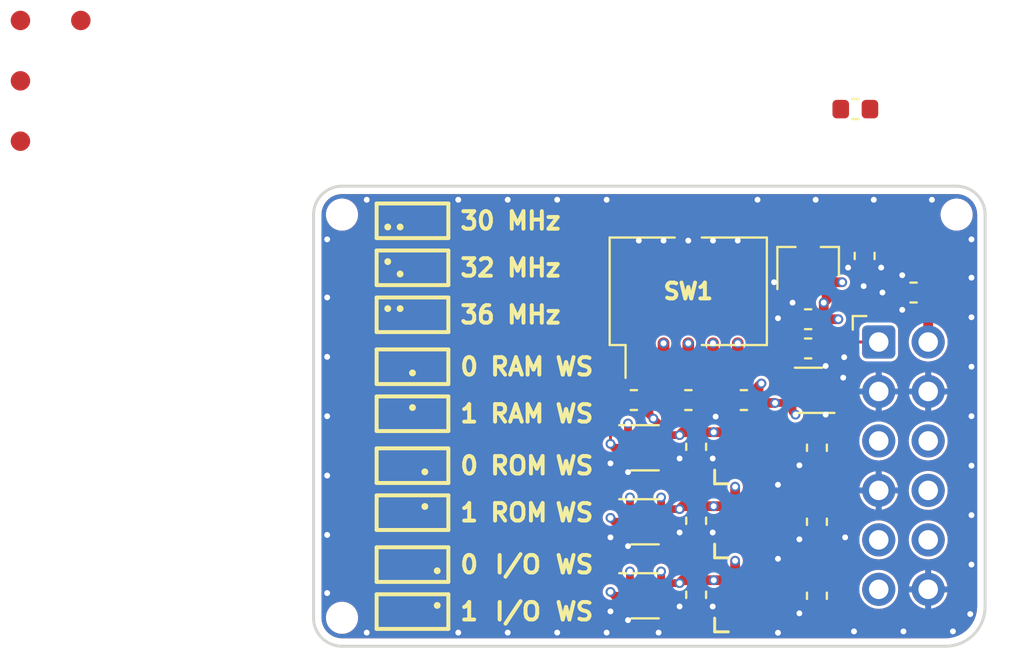
<source format=kicad_pcb>
(kicad_pcb (version 20240108) (generator "pcbnew") (generator_version "8.0")
  (title_block (title "WarpSE (GW4410A)") (date "2024-04-23") (rev "1.0") (company "Garrett's Workshop"))
  (layers (0 "F.Cu" signal) (1 "In1.Cu" power) (2 "In2.Cu" signal) (31 "B.Cu" power) (34 "B.Paste" user) (35 "F.Paste" user) (36 "B.SilkS" user "B.Silkscreen") (37 "F.SilkS" user "F.Silkscreen") (38 "B.Mask" user) (39 "F.Mask" user) (44 "Edge.Cuts" user))
  (net 0 "")
  (net 1 "GND")
  (net 2 "+5V")
  (net 3 "+3V3")
  (net 4 "/CLKIN")
  (net 5 "/DBG0_~{ROMWS}")
  (net 6 "/DBG3_GA21")
  (net 7 "/DBG2_GA20")
  (net 8 "/DBG1_~{RAMWS}")
  (net 9 "/DBG5_GTS_GOE")
  (net 10 "/DBG4_~{IOWS}")
  (net 11 "Net-(U1-Output)")
  (net 12 "Net-(U2-Output)")
  (net 13 "Net-(U3-Output)")
  (net 14 "/CLKSEL0")
  (net 15 "/CLKSEL1")
  (net 16 "/CLK")
  (net 17 "/EN30")
  (net 18 "/EN32")
  (net 19 "/EN36")
  (net 20 "Net-(U10-Y)")
  (footprint "stdpads:R_0603" (layer "F.Cu") (at 93.35 116.9)
    (property "Reference" "R6")
    (property "Value" "3k3")
    (fp_line (start -0.162779 -0.51) (end 0.162779 -0.51) (stroke (width 0.12)) (layer "F.SilkS"))
    (fp_line (start -0.162779 0.51) (end 0.162779 0.51) (stroke (width 0.12)) (layer "F.SilkS"))
    (pad "1" smd roundrect (at -0.8 0) (size 0.7 0.95) (layers "F.Cu" "F.Paste" "F.Mask") (net 15 "/CLKSEL1"))
    (pad "2" smd roundrect (at 0.8 0) (size 0.7 0.95) (layers "F.Cu" "F.Paste" "F.Mask") (net 3 "+3V3"))
  )
  (footprint "stdpads:SOT-23" (layer "F.Cu") (at 99.5 109.8 -90)
    (property "Reference" "U6")
    (property "Value" "XC6206PxxxMR")
    (fp_line (start -0.76 1.58) (end 1.4 1.58) (stroke (width 0.12)) (layer "F.SilkS"))
    (fp_line (start -0.76 1.58) (end -0.76 0.65) (stroke (width 0.12)) (layer "F.SilkS"))
    (fp_line (start -0.76 -1.58) (end -0.76 -0.65) (stroke (width 0.12)) (layer "F.SilkS"))
    (fp_line (start -0.76 -1.58) (end 0.7 -1.58) (stroke (width 0.12)) (layer "F.SilkS"))
    (pad "1" smd roundrect (at 1.05 0.95 90) (size 1.35 0.8) (layers "F.Cu" "F.Paste" "F.Mask") (net 1 "GND"))
    (pad "2" smd roundrect (at 1.05 -0.95 90) (size 1.35 0.8) (layers "F.Cu" "F.Paste" "F.Mask") (net 3 "+3V3"))
    (pad "3" smd roundrect (at -1.05 0 90) (size 1.35 0.8) (layers "F.Cu" "F.Paste" "F.Mask") (net 2 "+5V"))
  )
  (footprint "stdpads:PinHeader_2x06_P2.54mm_Vertical" (layer "F.Cu") (at 103.124 113.919)
    (property "Reference" "J1" (hide yes))
    (property "Value" "DBG" (hide yes))
    (fp_line (start -1.3335 -1.3335) (end -1.3335 -0.635) (stroke (width 0.12)) (layer "F.SilkS"))
    (fp_line (start -1.3335 -1.3335) (end -0.635 -1.3335) (stroke (width 0.12)) (layer "F.SilkS"))
    (pad "1" thru_hole roundrect (at 0 0) (size 1.7 1.7) (drill 1) (layers "*.Cu" "*.Mask") (roundrect_rratio 0.1470588235) (net 4 "/CLKIN"))
    (pad "2" thru_hole oval (at 2.54 0) (size 1.7 1.7) (drill 1) (layers "*.Cu" "*.Mask") (net 2 "+5V"))
    (pad "3" thru_hole oval (at 0 2.54) (size 1.7 1.7) (drill 1) (layers "*.Cu" "*.Mask") (net 1 "GND"))
    (pad "4" thru_hole oval (at 2.54 2.54) (size 1.7 1.7) (drill 1) (layers "*.Cu" "*.Mask") (net 1 "GND"))
    (pad "5" thru_hole oval (at 0 5.08) (size 1.7 1.7) (drill 1) (layers "*.Cu" "*.Mask") (net 5 "/DBG0_~{ROMWS}"))
    (pad "6" thru_hole oval (at 2.54 5.08) (size 1.7 1.7) (drill 1) (layers "*.Cu" "*.Mask") (net 8 "/DBG1_~{RAMWS}"))
    (pad "7" thru_hole oval (at 0 7.62) (size 1.7 1.7) (drill 1) (layers "*.Cu" "*.Mask") (net 1 "GND"))
    (pad "8" thru_hole oval (at 2.54 7.62) (size 1.7 1.7) (drill 1) (layers "*.Cu" "*.Mask") (net 10 "/DBG4_~{IOWS}"))
    (pad "9" thru_hole oval (at 0 10.16) (size 1.7 1.7) (drill 1) (layers "*.Cu" "*.Mask") (net 6 "/DBG3_GA21"))
    (pad "10" thru_hole oval (at 2.54 10.16) (size 1.7 1.7) (drill 1) (layers "*.Cu" "*.Mask") (net 7 "/DBG2_GA20"))
    (pad "11" thru_hole oval (at 0 12.7) (size 1.7 1.7) (drill 1) (layers "*.Cu" "*.Mask") (net 9 "/DBG5_GTS_GOE"))
    (pad "12" thru_hole oval (at 2.54 12.7) (size 1.7 1.7) (drill 1) (layers "*.Cu" "*.Mask") (net 1 "GND"))
  )
  (footprint "stdpads:SOT-353" (layer "F.Cu") (at 99.55 116.4 90)
    (property "Reference" "U10")
    (property "Value" "74LVC1G32GW")
    (fp_line (start -1.16 -0.73) (end -1.16 1.3) (stroke (width 0.12)) (layer "F.SilkS"))
    (fp_line (start 1.16 0.68) (end 1.16 -0.73) (stroke (width 0.12)) (layer "F.SilkS"))
    (pad "1" smd roundrect (at -0.65 0.85 180) (size 1 0.4) (layers "F.Cu" "F.Paste" "F.Mask") (net 1 "GND"))
    (pad "2" smd roundrect (at 0 0.85 180) (size 1 0.4) (layers "F.Cu" "F.Paste" "F.Mask") (net 16 "/CLK"))
    (pad "3" smd roundrect (at 0.65 0.85 180) (size 1 0.4) (layers "F.Cu" "F.Paste" "F.Mask") (net 1 "GND"))
    (pad "4" smd roundrect (at 0.65 -0.85 180) (size 1 0.4) (layers "F.Cu" "F.Paste" "F.Mask") (net 20 "Net-(U10-Y)"))
    (pad "5" smd roundrect (at -0.65 -0.85 180) (size 1 0.4) (layers "F.Cu" "F.Paste" "F.Mask") (net 3 "+3V3"))
  )
  (footprint "stdpads:Crystal_SMD_3225-4Pin_3.2x2.5mm" (layer "F.Cu") (at 96.85 119.4)
    (property "Reference" "U1")
    (property "Value" "30M")
    (fp_line (start -2.15 1.1) (end -2.15 1.8) (stroke (width 0.1524)) (layer "F.SilkS"))
    (fp_line (start -2.15 1.8) (end -1.45 1.8) (stroke (width 0.1524)) (layer "F.SilkS"))
    (pad "1" smd roundrect (at -1.1 0.85) (size 1.4 1.2) (layers "F.Cu" "F.Paste" "F.Mask") (net 17 "/EN30"))
    (pad "2" smd roundrect (at 1.1 0.85) (size 1.4 1.2) (layers "F.Cu" "F.Paste" "F.Mask") (net 1 "GND"))
    (pad "3" smd roundrect (at 1.1 -0.85) (size 1.4 1.2) (layers "F.Cu" "F.Paste" "F.Mask") (net 11 "Net-(U1-Output)"))
    (pad "4" smd roundrect (at -1.1 -0.85) (size 1.4 1.2) (layers "F.Cu" "F.Paste" "F.Mask") (net 3 "+3V3"))
    (zone (net 0) (net_name "") (layer "F.Cu") (connect_pads (clearance 0)) (min_thickness 0.25)
      (keepout (tracks allowed) (vias not_allowed) (pads allowed) (copperpour not_allowed) (footprints allowed))
      (fill (thermal_gap 0.5) (thermal_bridge_width 0.5))
      (polygon (pts (xy 98.55 118.05) (xy 98.55 120.75) (xy 95.15 120.75) (xy 95.15 118.05)))
    )
  )
  (footprint "stdpads:Crystal_SMD_3225-4Pin_3.2x2.5mm" (layer "F.Cu") (at 96.85 123.2)
    (property "Reference" "U2")
    (property "Value" "32M")
    (fp_line (start -2.15 1.1) (end -2.15 1.8) (stroke (width 0.1524)) (layer "F.SilkS"))
    (fp_line (start -2.15 1.8) (end -1.45 1.8) (stroke (width 0.1524)) (layer "F.SilkS"))
    (pad "1" smd roundrect (at -1.1 0.85) (size 1.4 1.2) (layers "F.Cu" "F.Paste" "F.Mask") (net 18 "/EN32"))
    (pad "2" smd roundrect (at 1.1 0.85) (size 1.4 1.2) (layers "F.Cu" "F.Paste" "F.Mask") (net 1 "GND"))
    (pad "3" smd roundrect (at 1.1 -0.85) (size 1.4 1.2) (layers "F.Cu" "F.Paste" "F.Mask") (net 12 "Net-(U2-Output)"))
    (pad "4" smd roundrect (at -1.1 -0.85) (size 1.4 1.2) (layers "F.Cu" "F.Paste" "F.Mask") (net 3 "+3V3"))
    (zone (net 0) (net_name "") (layer "F.Cu") (connect_pads (clearance 0)) (min_thickness 0.25)
      (keepout (tracks allowed) (vias not_allowed) (pads allowed) (copperpour not_allowed) (footprints allowed))
      (fill (thermal_gap 0.5) (thermal_bridge_width 0.5))
      (polygon (pts (xy 98.55 121.85) (xy 98.55 124.55) (xy 95.15 124.55) (xy 95.15 121.85)))
    )
  )
  (footprint "stdpads:SW_DIP_SPSTx05_Slide_DSHP05TS_P1.27mm" (layer "F.Cu") (at 93.345 111.3155)
    (property "Reference" "SW1")
    (property "Value" "CFG")
    (fp_line (start -4.036 -2.76) (end -0.695 -2.76) (stroke (width 0.12)) (layer "F.SilkS"))
    (fp_line (start -4.036 2.76) (end -4.036 -2.76) (stroke (width 0.12)) (layer "F.SilkS"))
    (fp_line (start -4.036 2.76) (end -3.22 2.76) (stroke (width 0.12)) (layer "F.SilkS"))
    (fp_line (start -3.22 4.446) (end -3.22 2.76) (stroke (width 0.12)) (layer "F.SilkS"))
    (fp_line (start 0.695 -2.76) (end 4.035 -2.76) (stroke (width 0.12)) (layer "F.SilkS"))
    (fp_line (start 0.695 2.76) (end 4.035 2.76) (stroke (width 0.12)) (layer "F.SilkS"))
    (fp_line (start 4.035 2.76) (end 4.035 -2.76) (stroke (width 0.12)) (layer "F.SilkS"))
    (fp_text user "${REFERENCE}" (at 0 0 180) (layer "F.SilkS") (effects (font (size 0.8128 0.8128) (thickness 0.2032))))
    (pad "1" smd roundrect (at -2.54 3.81 90) (size 1.524 0.76) (layers "F.Cu" "F.Paste" "F.Mask") (net 14 "/CLKSEL0"))
    (pad "2" smd roundrect (at -1.27 3.81 90) (size 1.524 0.76) (layers "F.Cu" "F.Paste" "F.Mask") (net 15 "/CLKSEL1"))
    (pad "3" smd roundrect (at 0 3.81 90) (size 1.524 0.76) (layers "F.Cu" "F.Paste" "F.Mask") (net 8 "/DBG1_~{RAMWS}"))
    (pad "4" smd roundrect (at 1.27 3.81 90) (size 1.524 0.76) (layers "F.Cu" "F.Paste" "F.Mask") (net 5 "/DBG0_~{ROMWS}"))
    (pad "5" smd roundrect (at 2.54 3.81 90) (size 1.524 0.76) (layers "F.Cu" "F.Paste" "F.Mask") (net 10 "/DBG4_~{IOWS}"))
    (pad "6" smd roundrect (at 2.54 -3.81 90) (size 1.524 0.76) (layers "F.Cu" "F.Paste" "F.Mask") (net 1 "GND"))
    (pad "7" smd roundrect (at 1.27 -3.81 90) (size 1.524 0.76) (layers "F.Cu" "F.Paste" "F.Mask") (net 1 "GND"))
    (pad "8" smd roundrect (at 0 -3.81 90) (size 1.524 0.76) (layers "F.Cu" "F.Paste" "F.Mask") (net 1 "GND"))
    (pad "9" smd roundrect (at -1.27 -3.81 90) (size 1.524 0.76) (layers "F.Cu" "F.Paste" "F.Mask") (net 1 "GND"))
    (pad "10" smd roundrect (at -2.54 -3.81 90) (size 1.524 0.76) (layers "F.Cu" "F.Paste" "F.Mask") (net 1 "GND"))
  )
  (footprint "stdpads:PasteHole_1.152mm_NPTH" (layer "F.Cu") (at 105.397578 99.837069)
    (property "Reference" "H5")
    (property "Value" "~" (hide yes))
    (pad "" np_thru_hole circle (at 0 0) (size 1.152 1.152) (drill 1.152) (layers "*.Cu" "*.Mask"))
  )
  (footprint "stdpads:C_0603" (layer "F.Cu") (at 93.75 119.3 -90)
    (property "Reference" "C5")
    (property "Value" "2u2")
    (fp_line (start -0.162779 0.51) (end 0.162779 0.51) (stroke (width 0.12)) (layer "F.SilkS"))
    (fp_line (start -0.162779 -0.51) (end 0.162779 -0.51) (stroke (width 0.12)) (layer "F.SilkS"))
    (pad "1" smd roundrect (at -0.75 0 270) (size 0.85 0.95) (layers "F.Cu" "F.Paste" "F.Mask") (net 3 "+3V3"))
    (pad "2" smd roundrect (at 0.75 0 270) (size 0.85 0.95) (layers "F.Cu" "F.Paste" "F.Mask") (net 1 "GND"))
  )
  (footprint "stdpads:Crystal_SMD_3225-4Pin_3.2x2.5mm" (layer "F.Cu") (at 96.85 127)
    (property "Reference" "U3")
    (property "Value" "36M")
    (fp_line (start -2.15 1.1) (end -2.15 1.8) (stroke (width 0.1524)) (layer "F.SilkS"))
    (fp_line (start -2.15 1.8) (end -1.45 1.8) (stroke (width 0.1524)) (layer "F.SilkS"))
    (pad "1" smd roundrect (at -1.1 0.85) (size 1.4 1.2) (layers "F.Cu" "F.Paste" "F.Mask") (net 19 "/EN36"))
    (pad "2" smd roundrect (at 1.1 0.85) (size 1.4 1.2) (layers "F.Cu" "F.Paste" "F.Mask") (net 1 "GND"))
    (pad "3" smd roundrect (at 1.1 -0.85) (size 1.4 1.2) (layers "F.Cu" "F.Paste" "F.Mask") (net 13 "Net-(U3-Output)"))
    (pad "4" smd roundrect (at -1.1 -0.85) (size 1.4 1.2) (layers "F.Cu" "F.Paste" "F.Mask") (net 3 "+3V3"))
    (zone (net 0) (net_name "") (layer "F.Cu") (connect_pads (clearance 0)) (min_thickness 0.25)
      (keepout (tracks allowed) (vias not_allowed) (pads allowed) (copperpour not_allowed) (footprints allowed))
      (fill (thermal_gap 0.5) (thermal_bridge_width 0.5))
      (polygon (pts (xy 98.55 125.65) (xy 98.55 128.35) (xy 95.15 128.35) (xy 95.15 125.65)))
    )
  )
  (footprint "stdpads:C_0603" (layer "F.Cu") (at 104.914 111.379 180)
    (property "Reference" "C1")
    (property "Value" "2u2")
    (fp_line (start -0.162779 0.51) (end 0.162779 0.51) (stroke (width 0.12)) (layer "F.SilkS"))
    (fp_line (start -0.162779 -0.51) (end 0.162779 -0.51) (stroke (width 0.12)) (layer "F.SilkS"))
    (pad "1" smd roundrect (at -0.75 0 180) (size 0.85 0.95) (layers "F.Cu" "F.Paste" "F.Mask") (net 2 "+5V"))
    (pad "2" smd roundrect (at 0.75 0 180) (size 0.85 0.95) (layers "F.Cu" "F.Paste" "F.Mask") (net 1 "GND"))
  )
  (footprint "stdpads:C_0603" (layer "F.Cu") (at 93.75 126.9 -90)
    (property "Reference" "C7")
    (property "Value" "2u2")
    (fp_line (start -0.162779 0.51) (end 0.162779 0.51) (stroke (width 0.12)) (layer "F.SilkS"))
    (fp_line (start -0.162779 -0.51) (end 0.162779 -0.51) (stroke (width 0.12)) (layer "F.SilkS"))
    (pad "1" smd roundrect (at -0.75 0 270) (size 0.85 0.95) (layers "F.Cu" "F.Paste" "F.Mask") (net 3 "+3V3"))
    (pad "2" smd roundrect (at 0.75 0 270) (size 0.85 0.95) (layers "F.Cu" "F.Paste" "F.Mask") (net 1 "GND"))
  )
  (footprint "stdpads:Fiducial" (layer "F.Cu") (at 59.055 97.409)
    (property "Reference" "FID1")
    (property "Value" "Fiducial" (hide yes))
    (pad "~" smd circle (at 0 0) (size 1 1) (layers "F.Cu" "F.Mask") (clearance 0.575))
  )
  (footprint "stdpads:C_0603" (layer "F.Cu") (at 101.922578 101.962069)
    (property "Reference" "C4")
    (property "Value" "2u2")
    (fp_line (start -0.162779 -0.51) (end 0.162779 -0.51) (stroke (width 0.12)) (layer "F.SilkS"))
    (fp_line (start -0.162779 0.51) (end 0.162779 0.51) (stroke (width 0.12)) (layer "F.SilkS"))
    (pad "1" smd roundrect (at -0.75 0) (size 0.85 0.95) (layers "F.Cu" "F.Paste" "F.Mask") (net 3 "+3V3"))
    (pad "2" smd roundrect (at 0.75 0) (size 0.85 0.95) (layers "F.Cu" "F.Paste" "F.Mask") (net 1 "GND"))
  )
  (footprint "stdpads:SOT-353" (layer "F.Cu") (at 91.1 126.95 -90)
    (property "Reference" "U7")
    (property "Value" "74LVC1G86GW")
    (fp_line (start 1.16 0.68) (end 1.16 -0.73) (stroke (width 0.12)) (layer "F.SilkS"))
    (fp_line (start -1.16 -0.73) (end -1.16 1.3) (stroke (width 0.12)) (layer "F.SilkS"))
    (pad "1" smd roundrect (at -0.65 0.85) (size 1 0.4) (layers "F.Cu" "F.Paste" "F.Mask") (net 15 "/CLKSEL1"))
    (pad "2" smd roundrect (at 0 0.85) (size 1 0.4) (layers "F.Cu" "F.Paste" "F.Mask") (net 14 "/CLKSEL0"))
    (pad "3" smd roundrect (at 0.65 0.85) (size 1 0.4) (layers "F.Cu" "F.Paste" "F.Mask") (net 1 "GND"))
    (pad "4" smd roundrect (at 0.65 -0.85) (size 1 0.4) (layers "F.Cu" "F.Paste" "F.Mask") (net 19 "/EN36"))
    (pad "5" smd roundrect (at -0.65 -0.85) (size 1 0.4) (layers "F.Cu" "F.Paste" "F.Mask") (net 3 "+3V3"))
  )
  (footprint "stdpads:C_0603" (layer "F.Cu") (at 102.4 109.5 -90)
    (property "Reference" "C2")
    (property "Value" "2u2")
    (fp_line (start -0.162779 0.51) (end 0.162779 0.51) (stroke (width 0.12)) (layer "F.SilkS"))
    (fp_line (start -0.162779 -0.51) (end 0.162779 -0.51) (stroke (width 0.12)) (layer "F.SilkS"))
    (pad "1" smd roundrect (at -0.75 0 270) (size 0.85 0.95) (layers "F.Cu" "F.Paste" "F.Mask") (net 2 "+5V"))
    (pad "2" smd roundrect (at 0.75 0 270) (size 0.85 0.95) (layers "F.Cu" "F.Paste" "F.Mask") (net 1 "GND"))
  )
  (footprint "stdpads:R_0603" (layer "F.Cu") (at 99.95 123.15 -90)
    (property "Reference" "R2")
    (property "Value" "47")
    (fp_line (start -0.162779 0.51) (end 0.162779 0.51) (stroke (width 0.12)) (layer "F.SilkS"))
    (fp_line (start -0.162779 -0.51) (end 0.162779 -0.51) (stroke (width 0.12)) (layer "F.SilkS"))
    (pad "1" smd roundrect (at -0.8 0 270) (size 0.7 0.95) (layers "F.Cu" "F.Paste" "F.Mask") (net 12 "Net-(U2-Output)"))
    (pad "2" smd roundrect (at 0.8 0 270) (size 0.7 0.95) (layers "F.Cu" "F.Paste" "F.Mask") (net 16 "/CLK"))
  )
  (footprint "stdpads:C_0603" (layer "F.Cu") (at 93.75 123.1 -90)
    (property "Reference" "C6")
    (property "Value" "2u2")
    (fp_line (start -0.162779 0.51) (end 0.162779 0.51) (stroke (width 0.12)) (layer "F.SilkS"))
    (fp_line (start -0.162779 -0.51) (end 0.162779 -0.51) (stroke (width 0.12)) (layer "F.SilkS"))
    (pad "1" smd roundrect (at -0.75 0 270) (size 0.85 0.95) (layers "F.Cu" "F.Paste" "F.Mask") (net 3 "+3V3"))
    (pad "2" smd roundrect (at 0.75 0 270) (size 0.85 0.95) (layers "F.Cu" "F.Paste" "F.Mask") (net 1 "GND"))
  )
  (footprint "stdpads:R_0603" (layer "F.Cu") (at 99.95 126.95 -90)
    (property "Reference" "R3")
    (property "Value" "47")
    (fp_line (start -0.162779 0.51) (end 0.162779 0.51) (stroke (width 0.12)) (layer "F.SilkS"))
    (fp_line (start -0.162779 -0.51) (end 0.162779 -0.51) (stroke (width 0.12)) (layer "F.SilkS"))
    (pad "1" smd roundrect (at -0.8 0 270) (size 0.7 0.95) (layers "F.Cu" "F.Paste" "F.Mask") (net 13 "Net-(U3-Output)"))
    (pad "2" smd roundrect (at 0.8 0 270) (size 0.7 0.95) (layers "F.Cu" "F.Paste" "F.Mask") (net 16 "/CLK"))
  )
  (footprint "stdpads:C_0603" (layer "F.Cu") (at 96.2 116.9 180)
    (property "Reference" "C8")
    (property "Value" "2u2")
    (fp_line (start -0.162779 0.51) (end 0.162779 0.51) (stroke (width 0.12)) (layer "F.SilkS"))
    (fp_line (start -0.162779 -0.51) (end 0.162779 -0.51) (stroke (width 0.12)) (layer "F.SilkS"))
    (pad "1" smd roundrect (at -0.75 0 180) (size 0.85 0.95) (layers "F.Cu" "F.Paste" "F.Mask") (net 3 "+3V3"))
    (pad "2" smd roundrect (at 0.75 0 180) (size 0.85 0.95) (layers "F.Cu" "F.Paste" "F.Mask") (net 1 "GND"))
  )
  (footprint "stdpads:R_0603" (layer "F.Cu") (at 99.95 119.35 -90)
    (property "Reference" "R1")
    (property "Value" "47")
    (fp_line (start -0.162779 0.51) (end 0.162779 0.51) (stroke (width 0.12)) (layer "F.SilkS"))
    (fp_line (start -0.162779 -0.51) (end 0.162779 -0.51) (stroke (width 0.12)) (layer "F.SilkS"))
    (pad "1" smd roundrect (at -0.8 0 270) (size 0.7 0.95) (layers "F.Cu" "F.Paste" "F.Mask") (net 11 "Net-(U1-Output)"))
    (pad "2" smd roundrect (at 0.8 0 270) (size 0.7 0.95) (layers "F.Cu" "F.Paste" "F.Mask") (net 16 "/CLK"))
  )
  (footprint "stdpads:PasteHole_1.152mm_NPTH" (layer "F.Cu") (at 75.565 107.3785)
    (property "Reference" "H2")
    (property "Value" "~" (hide yes))
    (pad "" np_thru_hole circle (at 0 0) (size 1.152 1.152) (drill 1.152) (layers "*.Cu" "*.Mask"))
  )
  (footprint "stdpads:Fiducial" (layer "F.Cu") (at 62.155 97.409)
    (property "Reference" "FID4")
    (property "Value" "Fiducial" (hide yes))
    (pad "~" smd circle (at 0 0) (size 1 1) (layers "F.Cu" "F.Mask") (clearance 0.575))
  )
  (footprint "stdpads:Fiducial" (layer "F.Cu") (at 59.055 103.609)
    (property "Reference" "FID3")
    (property "Value" "Fiducial" (hide yes))
    (pad "~" smd circle (at 0 0) (size 1 1) (layers "F.Cu" "F.Mask") (clearance 0.575))
  )
  (footprint "stdpads:C_0603" (layer "F.Cu") (at 99.5 112.75 180)
    (property "Reference" "C3")
    (property "Value" "2u2")
    (fp_line (start -0.162779 0.51) (end 0.162779 0.51) (stroke (width 0.12)) (layer "F.SilkS"))
    (fp_line (start -0.162779 -0.51) (end 0.162779 -0.51) (stroke (width 0.12)) (layer "F.SilkS"))
    (pad "1" smd roundrect (at -0.75 0 180) (size 0.85 0.95) (layers "F.Cu" "F.Paste" "F.Mask") (net 3 "+3V3"))
    (pad "2" smd roundrect (at 0.75 0 180) (size 0.85 0.95) (layers "F.Cu" "F.Paste" "F.Mask") (net 1 "GND"))
  )
  (footprint "stdpads:Fiducial" (layer "F.Cu") (at 59.055 100.509)
    (property "Reference" "FID2")
    (property "Value" "Fiducial" (hide yes))
    (pad "~" smd circle (at 0 0) (size 1 1) (layers "F.Cu" "F.Mask") (clearance 0.575))
  )
  (footprint "stdpads:R_0603" (layer "F.Cu") (at 99.5 114.25)
    (property "Reference" "R4")
    (property "Value" "47")
    (fp_line (start -0.162779 -0.51) (end 0.162779 -0.51) (stroke (width 0.12)) (layer "F.SilkS"))
    (fp_line (start -0.162779 0.51) (end 0.162779 0.51) (stroke (width 0.12)) (layer "F.SilkS"))
    (pad "1" smd roundrect (at -0.8 0) (size 0.7 0.95) (layers "F.Cu" "F.Paste" "F.Mask") (net 20 "Net-(U10-Y)"))
    (pad "2" smd roundrect (at 0.8 0) (size 0.7 0.95) (layers "F.Cu" "F.Paste" "F.Mask") (net 4 "/CLKIN"))
  )
  (footprint "stdpads:PasteHole_1.152mm_NPTH" (layer "F.Cu") (at 65.255 97.409)
    (property "Reference" "H3")
    (property "Value" "~" (hide yes))
    (pad "" np_thru_hole circle (at 0 0) (size 1.152 1.152) (drill 1.152) (layers "*.Cu" "*.Mask"))
  )
  (footprint "stdpads:PasteHole_1.152mm_NPTH" (layer "F.Cu") (at 75.565 128.0795)
    (property "Reference" "H4")
    (property "Value" "~" (hide yes))
    (pad "" np_thru_hole circle (at 0 0) (size 1.152 1.152) (drill 1.152) (layers "*.Cu" "*.Mask"))
  )
  (footprint "stdpads:R_0603" (layer "F.Cu") (at 90.55 116.9)
    (property "Reference" "R5")
    (property "Value" "3k3")
    (fp_line (start -0.162779 -0.51) (end 0.162779 -0.51) (stroke (width 0.12)) (layer "F.SilkS"))
    (fp_line (start -0.162779 0.51) (end 0.162779 0.51) (stroke (width 0.12)) (layer "F.SilkS"))
    (pad "1" smd roundrect (at -0.8 0) (size 0.7 0.95) (layers "F.Cu" "F.Paste" "F.Mask") (net 14 "/CLKSEL0"))
    (pad "2" smd roundrect (at 0.8 0) (size 0.7 0.95) (layers "F.Cu" "F.Paste" "F.Mask") (net 3 "+3V3"))
  )
  (footprint "stdpads:PasteHole_1.152mm_NPTH" (layer "F.Cu") (at 107.1245 107.3785)
    (property "Reference" "H3")
    (property "Value" "~" (hide yes))
    (pad "" np_thru_hole circle (at 0 0) (size 1.152 1.152) (drill 1.152) (layers "*.Cu" "*.Mask"))
  )
  (footprint "stdpads:SOT-353" (layer "F.Cu") (at 91.1 119.35 -90)
    (property "Reference" "U9")
    (property "Value" "74LVC1G08GW")
    (fp_line (start 1.16 0.68) (end 1.16 -0.73) (stroke (width 0.12)) (layer "F.SilkS"))
    (fp_line (start -1.16 -0.73) (end -1.16 1.3) (stroke (width 0.12)) (layer "F.SilkS"))
    (pad "1" smd roundrect (at -0.65 0.85) (size 1 0.4) (layers "F.Cu" "F.Paste" "F.Mask") (net 15 "/CLKSEL1"))
    (pad "2" smd roundrect (at 0 0.85) (size 1 0.4) (layers "F.Cu" "F.Paste" "F.Mask") (net 14 "/CLKSEL0"))
    (pad "3" smd roundrect (at 0.65 0.85) (size 1 0.4) (layers "F.Cu" "F.Paste" "F.Mask") (net 1 "GND"))
    (pad "4" smd roundrect (at 0.65 -0.85) (size 1 0.4) (layers "F.Cu" "F.Paste" "F.Mask") (net 17 "/EN30"))
    (pad "5" smd roundrect (at -0.65 -0.85) (size 1 0.4) (layers "F.Cu" "F.Paste" "F.Mask") (net 3 "+3V3"))
  )
  (footprint "stdpads:SOT-353" (layer "F.Cu") (at 91.1 123.15 -90)
    (property "Reference" "U8")
    (property "Value" "74LVC1G32GW")
    (fp_line (start 1.16 0.68) (end 1.16 -0.73) (stroke (width 0.12)) (layer "F.SilkS"))
    (fp_line (start -1.16 -0.73) (end -1.16 1.3) (stroke (width 0.12)) (layer "F.SilkS"))
    (pad "1" smd roundrect (at -0.65 0.85) (size 1 0.4) (layers "F.Cu" "F.Paste" "F.Mask") (net 15 "/CLKSEL1"))
    (pad "2" smd roundrect (at 0 0.85) (size 1 0.4) (layers "F.Cu" "F.Paste" "F.Mask") (net 14 "/CLKSEL0"))
    (pad "3" smd roundrect (at 0.65 0.85) (size 1 0.4) (layers "F.Cu" "F.Paste" "F.Mask") (net 1 "GND"))
    (pad "4" smd roundrect (at 0.65 -0.85) (size 1 0.4) (layers "F.Cu" "F.Paste" "F.Mask") (net 18 "/EN32"))
    (pad "5" smd roundrect (at -0.65 -0.85) (size 1 0.4) (layers "F.Cu" "F.Paste" "F.Mask") (net 3 "+3V3"))
  )
  (footprint "stdpads:PasteHole_1.152mm_NPTH" (layer "F.Cu") (at 62.155 100.509)
    (property "Reference" "H1")
    (property "Value" "~" (hide yes))
    (pad "" np_thru_hole circle (at 0 0) (size 1.152 1.152) (drill 1.152) (layers "*.Cu" "*.Mask"))
  )
  (gr_line (start 77.343 128.651) (end 77.343 126.873) (stroke (width 0.2032)) (layer "F.SilkS"))
  (gr_line (start 81.026 106.807) (end 77.343 106.807) (stroke (width 0.2032)) (layer "F.SilkS"))
  (gr_line (start 80.4544 125.6665) (end 80.4545 125.6665) (stroke (width 0.35)) (layer "F.SilkS"))
  (gr_line (start 81.026 119.38) (end 77.343 119.38) (stroke (width 0.2032)) (layer "F.SilkS"))
  (gr_line (start 77.343 128.651) (end 81.026 128.651) (stroke (width 0.2032)) (layer "F.SilkS"))
  (gr_line (start 77.343 118.491) (end 81.026 118.491) (stroke (width 0.2032)) (layer "F.SilkS"))
  (gr_line (start 77.343 118.491) (end 77.343 116.713) (stroke (width 0.2032)) (layer "F.SilkS"))
  (gr_line (start 81.026 128.651) (end 81.026 126.873) (stroke (width 0.2032)) (layer "F.SilkS"))
  (gr_line (start 77.343 121.158) (end 77.343 119.38) (stroke (width 0.2032)) (layer "F.SilkS"))
  (gr_line (start 81.026 108.585) (end 81.026 106.807) (stroke (width 0.2032)) (layer "F.SilkS"))
  (gr_line (start 77.343 108.585) (end 77.343 106.807) (stroke (width 0.2032)) (layer "F.SilkS"))
  (gr_line (start 81.026 116.078) (end 81.026 114.3) (stroke (width 0.2032)) (layer "F.SilkS"))
  (gr_line (start 81.026 126.873) (end 77.343 126.873) (stroke (width 0.2032)) (layer "F.SilkS"))
  (gr_line (start 79.8194 120.5865) (end 79.8195 120.5865) (stroke (width 0.35)) (layer "F.SilkS"))
  (gr_line (start 77.9144 112.2045) (end 77.9145 112.2045) (stroke (width 0.35)) (layer "F.SilkS"))
  (gr_line (start 78.5494 112.2045) (end 78.5495 112.2045) (stroke (width 0.35)) (layer "F.SilkS"))
  (gr_line (start 77.343 126.238) (end 81.026 126.238) (stroke (width 0.2032)) (layer "F.SilkS"))
  (gr_line (start 77.9144 109.7915) (end 77.9145 109.7915) (stroke (width 0.35)) (layer "F.SilkS"))
  (gr_line (start 81.026 114.3) (end 77.343 114.3) (stroke (width 0.2032)) (layer "F.SilkS"))
  (gr_line (start 81.026 110.998) (end 81.026 109.22) (stroke (width 0.2032)) (layer "F.SilkS"))
  (gr_line (start 77.343 110.998) (end 81.026 110.998) (stroke (width 0.2032)) (layer "F.SilkS"))
  (gr_line (start 78.5494 108.0135) (end 78.5495 108.0135) (stroke (width 0.35)) (layer "F.SilkS"))
  (gr_line (start 77.343 116.078) (end 81.026 116.078) (stroke (width 0.2032)) (layer "F.SilkS"))
  (gr_line (start 78.5494 110.4265) (end 78.5495 110.4265) (stroke (width 0.35)) (layer "F.SilkS"))
  (gr_line (start 77.343 110.998) (end 77.343 109.22) (stroke (width 0.2032)) (layer "F.SilkS"))
  (gr_line (start 77.343 116.078) (end 77.343 114.3) (stroke (width 0.2032)) (layer "F.SilkS"))
  (gr_line (start 81.026 124.46) (end 77.343 124.46) (stroke (width 0.2032)) (layer "F.SilkS"))
  (gr_line (start 81.026 118.491) (end 81.026 116.713) (stroke (width 0.2032)) (layer "F.SilkS"))
  (gr_line (start 77.9144 108.0135) (end 77.9145 108.0135) (stroke (width 0.35)) (layer "F.SilkS"))
  (gr_line (start 81.026 109.22) (end 77.343 109.22) (stroke (width 0.2032)) (layer "F.SilkS"))
  (gr_line (start 77.343 121.158) (end 81.026 121.158) (stroke (width 0.2032)) (layer "F.SilkS"))
  (gr_line (start 80.4544 127.4445) (end 80.4545 127.4445) (stroke (width 0.35)) (layer "F.SilkS"))
  (gr_line (start 81.026 121.793) (end 77.343 121.793) (stroke (width 0.2032)) (layer "F.SilkS"))
  (gr_line (start 79.1844 115.5065) (end 79.1845 115.5065) (stroke (width 0.35)) (layer "F.SilkS"))
  (gr_line (start 81.026 111.633) (end 77.343 111.633) (stroke (width 0.2032)) (layer "F.SilkS"))
  (gr_line (start 77.343 113.411) (end 81.026 113.411) (stroke (width 0.2032)) (layer "F.SilkS"))
  (gr_line (start 77.343 113.411) (end 77.343 111.633) (stroke (width 0.2032)) (layer "F.SilkS"))
  (gr_line (start 77.343 126.238) (end 77.343 124.46) (stroke (width 0.2032)) (layer "F.SilkS"))
  (gr_line (start 81.026 123.571) (end 81.026 121.793) (stroke (width 0.2032)) (layer "F.SilkS"))
  (gr_line (start 81.026 121.158) (end 81.026 119.38) (stroke (width 0.2032)) (layer "F.SilkS"))
  (gr_line (start 77.343 123.571) (end 81.026 123.571) (stroke (width 0.2032)) (layer "F.SilkS"))
  (gr_line (start 77.343 123.571) (end 77.343 121.793) (stroke (width 0.2032)) (layer "F.SilkS"))
  (gr_line (start 79.8194 122.3645) (end 79.8195 122.3645) (stroke (width 0.35)) (layer "F.SilkS"))
  (gr_line (start 79.1844 117.2845) (end 79.1845 117.2845) (stroke (width 0.35)) (layer "F.SilkS"))
  (gr_line (start 81.026 126.238) (end 81.026 124.46) (stroke (width 0.2032)) (layer "F.SilkS"))
  (gr_line (start 77.343 108.585) (end 81.026 108.585) (stroke (width 0.2032)) (layer "F.SilkS"))
  (gr_line (start 81.026 113.411) (end 81.026 111.633) (stroke (width 0.2032)) (layer "F.SilkS"))
  (gr_line (start 81.026 116.713) (end 77.343 116.713) (stroke (width 0.2032)) (layer "F.SilkS"))
  (gr_line (start 74.1045 107.3785) (end 74.1045 128.0795) (stroke (width 0.15)) (layer "Edge.Cuts"))
  (gr_line (start 75.565 129.54) (end 106.553 129.54) (stroke (width 0.15)) (layer "Edge.Cuts"))
  (gr_arc (start 107.1245 105.918) (mid 108.157229 106.345771) (end 108.585 107.3785) (stroke (width 0.15)) (layer "Edge.Cuts"))
  (gr_line (start 108.585 127.508) (end 108.585 107.3785) (stroke (width 0.15)) (layer "Edge.Cuts"))
  (gr_line (start 107.1245 105.918) (end 75.565 105.918) (stroke (width 0.15)) (layer "Edge.Cuts"))
  (gr_arc (start 74.1045 107.3785) (mid 74.532271 106.345771) (end 75.565 105.918) (stroke (width 0.15)) (layer "Edge.Cuts"))
  (gr_arc (start 75.565 129.54) (mid 74.532271 129.112229) (end 74.1045 128.0795) (stroke (width 0.15)) (layer "Edge.Cuts"))
  (gr_arc (start 108.585 127.508) (mid 107.989841 128.944841) (end 106.553 129.54) (stroke (width 0.15)) (layer "Edge.Cuts"))
  (gr_text "WS" (at 86.4235 117.602 0) (layer "F.SilkS") (effects (font (size 0.9 0.9) (thickness 0.2032)) (justify left)))
  (gr_text "1" (at 81.534 127.762 0) (layer "F.SilkS") (effects (font (size 0.9 0.9) (thickness 0.2032)) (justify left)))
  (gr_text "36 MHz" (at 81.534 112.522 0) (layer "F.SilkS") (effects (font (size 0.9 0.9) (thickness 0.2032)) (justify left)))
  (gr_text "1 RAM" (at 81.534 117.602 0) (layer "F.SilkS") (effects (font (size 0.9 0.9) (thickness 0.2032)) (justify left)))
  (gr_text "32 MHz" (at 81.534 110.109 0) (layer "F.SilkS") (effects (font (size 0.9 0.9) (thickness 0.2032)) (justify left)))
  (gr_text "0" (at 81.534 125.349 0) (layer "F.SilkS") (effects (font (size 0.9 0.9) (thickness 0.2032)) (justify left)))
  (gr_text "I/O" (at 83.312 125.349 0) (layer "F.SilkS") (effects (font (size 0.9 0.9) (thickness 0.2032)) (justify left)))
  (gr_text "WS" (at 86.4235 125.349 0) (layer "F.SilkS") (effects (font (size 0.9 0.9) (thickness 0.2032)) (justify left)))
  (gr_text "0 ROM" (at 81.534 120.269 0) (layer "F.SilkS") (effects (font (size 0.9 0.9) (thickness 0.2032)) (justify left)))
  (gr_text "30 MHz" (at 81.534 107.696 0) (layer "F.SilkS") (effects (font (size 0.9 0.9) (thickness 0.2032)) (justify left)))
  (gr_text "WS" (at 86.4235 122.682 0) (layer "F.SilkS") (effects (font (size 0.9 0.9) (thickness 0.2032)) (justify left)))
  (gr_text "WS" (at 86.4235 120.269 0) (layer "F.SilkS") (effects (font (size 0.9 0.9) (thickness 0.2032)) (justify left)))
  (gr_text "I/O" (at 83.312 127.762 0) (layer "F.SilkS") (effects (font (size 0.9 0.9) (thickness 0.2032)) (justify left)))
  (gr_text "1 ROM" (at 81.534 122.682 0) (layer "F.SilkS") (effects (font (size 0.9 0.9) (thickness 0.2032)) (justify left)))
  (gr_text "WS" (at 86.4235 115.189 0) (layer "F.SilkS") (effects (font (size 0.9 0.9) (thickness 0.2032)) (justify left)))
  (gr_text "0 RAM" (at 81.534 115.189 0) (layer "F.SilkS") (effects (font (size 0.9 0.9) (thickness 0.2032)) (justify left)))
  (gr_text "WS" (at 86.4235 127.762 0) (layer "F.SilkS") (effects (font (size 0.9 0.9) (thickness 0.2032)) (justify left)))
  (segment (start 104.164 110.6565) (end 104.3305 110.49) (width 0.5) (layer "F.Cu") (net 1))
  (segment (start 97.95 127.85) (end 99.05 127.85) (width 0.5) (layer "F.Cu") (net 1))
  (segment (start 90.25 123.8) (end 90.25 124.4) (width 0.4) (layer "F.Cu") (net 1))
  (segment (start 100.4 115.75) (end 101.3 115.75) (width 0.4) (layer "F.Cu") (net 1))
  (segment (start 104.164 111.379) (end 104.164 112.1015) (width 0.5) (layer "F.Cu") (net 1))
  (segment (start 100.4 117.05) (end 100.4 117.65) (width 0.4) (layer "F.Cu") (net 1))
  (segment (start 94.45 127.65) (end 94.6 127.5) (width 0.5) (layer "F.Cu") (net 1))
  (segment (start 101.7 110.25) (end 101.55 110.1) (width 0.5) (layer "F.Cu") (net 1))
  (segment (start 98.7 112.7) (end 98.7 111.9) (width 0.5) (layer "F.Cu") (net 1))
  (segment (start 98.75 112.75) (end 98.7 112.7) (width 0.5) (layer "F.Cu") (net 1))
  (segment (start 94.615 107.5055) (end 94.615 108.712) (width 0.6) (layer "F.Cu") (net 1))
  (segment (start 102.4 110.25) (end 103.1 110.25) (width 0.5) (layer "F.Cu") (net 1))
  (segment (start 97.95 120.25) (end 97.95 121.25) (width 0.5) (layer "F.Cu") (net 1))
  (segment (start 98.7 112.7) (end 97.95 112.7) (width 0.5) (layer "F.Cu") (net 1))
  (segment (start 100.4 115.75) (end 100.4 115.15) (width 0.4) (layer "F.Cu") (net 1))
  (segment (start 90.25 123.8) (end 89.5 123.8) (width 0.4) (layer "F.Cu") (net 1))
  (segment (start 93.345 107.5055) (end 93.345 108.712) (width 0.6) (layer "F.Cu") (net 1))
  (segment (start 98.55 110.85) (end 97.75 110.85) (width 0.5) (layer "F.Cu") (net 1))
  (segment (start 97.95 124.05) (end 99.05 124.05) (width 0.5) (layer "F.Cu") (net 1))
  (segment (start 93.75 123.85) (end 93.05 123.85) (width 0.5) (layer "F.Cu") (net 1))
  (segment (start 104.164 111.379) (end 104.164 110.6565) (width 0.5) (layer "F.Cu") (net 1))
  (segment (start 90.25 127.6) (end 90.25 128.2) (width 0.4) (layer "F.Cu") (net 1))
  (segment (start 97.95 124.05) (end 97.95 125.05) (width 0.5) (layer "F.Cu") (net 1))
  (segment (start 98.55 110.85) (end 98.55 111.75) (width 0.5) (layer "F.Cu") (net 1))
  (segment (start 95.885 107.5055) (end 95.885 108.712) (width 0.6) (layer "F.Cu") (net 1))
  (segment (start 97.95 120.25) (end 99.05 120.25) (width 0.5) (layer "F.Cu") (net 1))
  (segment (start 93.75 127.65) (end 94.45 127.65) (width 0.5) (layer "F.Cu") (net 1))
  (segment (start 94.45 120.05) (end 94.6 119.9) (width 0.5) (layer "F.Cu") (net 1))
  (segment (start 104.164 112.1015) (end 104.3305 112.268) (width 0.5) (layer "F.Cu") (net 1))
  (segment (start 92.075 107.5055) (end 92.075 108.712) (width 0.6) (layer "F.Cu") (net 1))
  (segment (start 93.75 123.85) (end 94.45 123.85) (width 0.5) (layer "F.Cu") (net 1))
  (segment (start 89.5 123.8) (end 89.35 123.95) (width 0.4) (layer "F.Cu") (net 1))
  (segment (start 93.75 120.05) (end 94.45 120.05) (width 0.5) (layer "F.Cu") (net 1))
  (segment (start 103.1 110.25) (end 103.25 110.1) (width 0.5) (layer "F.Cu") (net 1))
  (segment (start 102.4 111) (end 102.35 111.05) (width 0.5) (layer "F.Cu") (net 1))
  (segment (start 97.95 127.85) (end 97.95 128.85) (width 0.5) (layer "F.Cu") (net 1))
  (segment (start 90.805 107.5055) (end 90.805 108.712) (width 0.6) (layer "F.Cu") (net 1))
  (segment (start 94.45 123.85) (end 94.6 123.7) (width 0.5) (layer "F.Cu") (net 1))
  (segment (start 93.75 120.05) (end 93.05 120.05) (width 0.5) (layer "F.Cu") (net 1))
  (segment (start 93.05 127.65) (end 92.9 127.5) (width 0.5) (layer "F.Cu") (net 1))
  (segment (start 89.5 127.6) (end 89.35 127.75) (width 0.4) (layer "F.Cu") (net 1))
  (segment (start 93.75 127.65) (end 93.05 127.65) (width 0.5) (layer "F.Cu") (net 1))
  (segment (start 93.05 123.85) (end 92.9 123.7) (width 0.5) (layer "F.Cu") (net 1))
  (segment (start 90.25 127.6) (end 89.5 127.6) (width 0.4) (layer "F.Cu") (net 1))
  (segment (start 102.4 110.25) (end 102.4 111) (width 0.5) (layer "F.Cu") (net 1))
  (segment (start 90.25 120) (end 89.5 120) (width 0.4) (layer "F.Cu") (net 1))
  (segment (start 102.4 110.25) (end 101.7 110.25) (width 0.5) (layer "F.Cu") (net 1))
  (segment (start 93.05 120.05) (end 92.9 119.9) (width 0.5) (layer "F.Cu") (net 1))
  (segment (start 104.164 111.379) (end 103.3145 111.379) (width 0.5) (layer "F.Cu") (net 1))
  (segment (start 90.25 120) (end 90.25 120.6) (width 0.4) (layer "F.Cu") (net 1))
  (segment (start 89.5 120) (end 89.35 120.15) (width 0.4) (layer "F.Cu") (net 1))
  (segment (start 98.55 111.75) (end 98.7 111.9) (width 0.5) (layer "F.Cu") (net 1))
  (via (at 74.803 117.729) (size 0.5) (drill 0.3) (layers "F.Cu" "B.Cu") (net 1))
  (via (at 94.6 123.7) (size 0.5) (drill 0.3) (layers "F.Cu" "B.Cu") (net 1))
  (via (at 99.8855 106.6165) (size 0.5) (drill 0.3) (layers "F.Cu" "B.Cu") (net 1))
  (via (at 107.8865 120.269) (size 0.5) (drill 0.3) (layers "F.Cu" "B.Cu") (net 1))
  (via (at 76.835 128.8415) (size 0.5) (drill 0.3) (layers "F.Cu" "B.Cu") (net 1))
  (via (at 74.803 126.8095) (size 0.5) (drill 0.3) (layers "F.Cu" "B.Cu") (net 1))
  (via (at 90.25 120.6) (size 0.5) (drill 0.3) (layers "F.Cu" "B.Cu") (net 1))
  (via (at 101.3 115.75) (size 0.5) (drill 0.3) (layers "F.Cu" "B.Cu") (net 1))
  (via (at 90.25 128.2) (size 0.5) (drill 0.3) (layers "F.Cu" "B.Cu") (net 1))
  (via (at 107.8865 115.189) (size 0.5) (drill 0.3) (layers "F.Cu" "B.Cu") (net 1))
  (via (at 97.95 128.85) (size 0.5) (drill 0.3) (layers "F.Cu" "B.Cu") (net 1))
  (via (at 76.835 106.6165) (size 0.5) (drill 0.3) (layers "F.Cu" "B.Cu") (net 1))
  (via (at 92.075 108.712) (size 0.6) (drill 0.3) (layers "F.Cu" "B.Cu") (net 1))
  (via (at 74.803 123.825) (size 0.5) (drill 0.3) (layers "F.Cu" "B.Cu") (net 1))
  (via (at 101.4 123.95) (size 0.5) (drill 0.3) (layers "F.Cu" "B.Cu") (net 1))
  (via (at 104.3305 110.49) (size 0.5) (drill 0.3) (layers "F.Cu" "B.Cu") (net 1))
  (via (at 98.7 111.9) (size 0.5) (drill 0.3) (layers "F.Cu" "B.Cu") (net 1))
  (via (at 101.35 114.7) (size 0.5) (drill 0.3) (layers "F.Cu" "B.Cu") (net 1))
  (via (at 99.05 120.25) (size 0.5) (drill 0.3) (layers "F.Cu" "B.Cu") (net 1))
  (via (at 86.614 128.8415) (size 0.5) (drill 0.3) (layers "F.Cu" "B.Cu") (net 1))
  (via (at 107.8865 122.809) (size 0.5) (drill 0.3) (layers "F.Cu" "B.Cu") (net 1))
  (via (at 92.9 127.5) (size 0.5) (drill 0.3) (layers "F.Cu" "B.Cu") (net 1))
  (via (at 93.345 108.712) (size 0.6) (drill 0.3) (layers "F.Cu" "B.Cu") (net 1))
  (via (at 97.95 121.25) (size 0.5) (drill 0.3) (layers "F.Cu" "B.Cu") (net 1))
  (via (at 89.35 120.15) (size 0.5) (drill 0.3) (layers "F.Cu" "B.Cu") (net 1))
  (via (at 97.75 110.85) (size 0.5) (drill 0.3) (layers "F.Cu" "B.Cu") (net 1))
  (via (at 106.934 128.778) (size 0.5) (drill 0.3) (layers "F.Cu" "B.Cu") (net 1))
  (via (at 81.534 106.6165) (size 0.5) (drill 0.3) (layers "F.Cu" "B.Cu") (net 1))
  (via (at 105.8545 106.6165) (size 0.5) (drill 0.3) (layers "F.Cu" "B.Cu") (net 1))
  (via (at 92.9 123.7) (size 0.5) (drill 0.3) (layers "F.Cu" "B.Cu") (net 1))
  (via (at 107.8865 108.6485) (size 0.5) (drill 0.3) (layers "F.Cu" "B.Cu") (net 1))
  (via (at 74.803 114.681) (size 0.5) (drill 0.3) (layers "F.Cu" "B.Cu") (net 1))
  (via (at 90.805 108.712) (size 0.6) (drill 0.3) (layers "F.Cu" "B.Cu") (net 1))
  (via (at 90.25 124.4) (size 0.5) (drill 0.3) (layers "F.Cu" "B.Cu") (net 1))
  (via (at 99.05 127.85) (size 0.5) (drill 0.3) (layers "F.Cu" "B.Cu") (net 1))
  (via (at 92.9 119.9) (size 0.5) (drill 0.3) (layers "F.Cu" "B.Cu") (net 1))
  (via (at 100.4 115.15) (size 0.5) (drill 0.3) (layers "F.Cu" "B.Cu") (net 1))
  (via (at 103.3145 111.379) (size 0.5) (drill 0.3) (layers "F.Cu" "B.Cu") (net 1))
  (via (at 104.3305 112.268) (size 0.5) (drill 0.3) (layers "F.Cu" "B.Cu") (net 1))
  (via (at 74.803 120.777) (size 0.5) (drill 0.3) (layers "F.Cu" "B.Cu") (net 1))
  (via (at 107.8865 125.349) (size 0.5) (drill 0.3) (layers "F.Cu" "B.Cu") (net 1))
  (via (at 104.394 128.778) (size 0.5) (drill 0.3) (layers "F.Cu" "B.Cu") (net 1))
  (via (at 94.6 127.5) (size 0.5) (drill 0.3) (layers "F.Cu" "B.Cu") (net 1))
  (via (at 84.074 128.8415) (size 0.5) (drill 0.3) (layers "F.Cu" "B.Cu") (net 1))
  (via (at 107.8865 117.729) (size 0.5) (drill 0.3) (layers "F.Cu" "B.Cu") (net 1))
  (via (at 74.803 111.633) (size 0.5) (drill 0.3) (layers "F.Cu" "B.Cu") (net 1))
  (via (at 81.534 128.8415) (size 0.5) (drill 0.3) (layers "F.Cu" "B.Cu") (net 1))
  (via (at 96.901 106.6165) (size 0.5) (drill 0.3) (layers "F.Cu" "B.Cu") (net 1))
  (via (at 89.35 127.75) (size 0.5) (drill 0.3) (layers "F.Cu" "B.Cu") (net 1))
  (via (at 94.75 117.75) (size 0.5) (drill 0.3) (layers "F.Cu" "B.Cu") (net 1))
  (via (at 74.803 108.6485) (size 0.5) (drill 0.3) (layers "F.Cu" "B.Cu") (net 1))
  (via (at 101.854 128.778) (size 0.5) (drill 0.3) (layers "F.Cu" "B.Cu") (net 1))
  (via (at 91.821 128.8415) (size 0.5) (drill 0.3) (layers "F.Cu" "B.Cu") (net 1))
  (via (at 101.55 110.1) (size 0.5) (drill 0.3) (layers "F.Cu" "B.Cu") (net 1))
  (via (at 89.154 128.8415) (size 0.5) (drill 0.3) (layers "F.Cu" "B.Cu") (net 1))
  (via (at 107.8865 110.617) (size 0.5) (drill 0.3) (layers "F.Cu" "B.Cu") (net 1))
  (via (at 97.95 125.05) (size 0.5) (drill 0.3) (layers "F.Cu" "B.Cu") (net 1))
  (via (at 102.35 111.05) (size 0.5) (drill 0.3) (layers "F.Cu" "B.Cu") (net 1))
  (via (at 100.4 117.65) (size 0.5) (drill 0.3) (layers "F.Cu" "B.Cu") (net 1))
  (via (at 102.87 106.6165) (size 0.5) (drill 0.3) (layers "F.Cu" "B.Cu") (net 1))
  (via (at 89.154 106.6165) (size 0.5) (drill 0.3) (layers "F.Cu" "B.Cu") (net 1))
  (via (at 99.05 124.05) (size 0.5) (drill 0.3) (layers "F.Cu" "B.Cu") (net 1))
  (via (at 95.885 108.712) (size 0.6) (drill 0.3) (layers "F.Cu" "B.Cu") (net 1))
  (via (at 107.823 127.889) (size 0.5) (drill 0.3) (layers "F.Cu" "B.Cu") (net 1))
  (via (at 97.95 112.7) (size 0.5) (drill 0.3) (layers "F.Cu" "B.Cu") (net 1))
  (via (at 94.615 108.712) (size 0.6) (drill 0.3) (layers "F.Cu" "B.Cu") (net 1))
  (via (at 94.6 119.9) (size 0.5) (drill 0.3) (layers "F.Cu" "B.Cu") (net 1))
  (via (at 86.614 106.6165) (size 0.5) (drill 0.3) (layers "F.Cu" "B.Cu") (net 1))
  (via (at 107.8865 112.649) (size 0.5) (drill 0.3) (layers "F.Cu" "B.Cu") (net 1))
  (via (at 84.074 106.6165) (size 0.5) (drill 0.3) (layers "F.Cu" "B.Cu") (net 1))
  (via (at 89.35 123.95) (size 0.5) (drill 0.3) (layers "F.Cu" "B.Cu") (net 1))
  (via (at 103.25 110.1) (size 0.5) (drill 0.3) (layers "F.Cu" "B.Cu") (net 1))
  (segment (start 102.4 108.75) (end 104.305 108.75) (width 0.5) (layer "F.Cu") (net 2))
  (segment (start 105.664 113.919) (end 105.664 111.379) (width 0.5) (layer "F.Cu") (net 2))
  (segment (start 102.4 108.75) (end 99.5 108.75) (width 0.5) (layer "F.Cu") (net 2))
  (segment (start 105.664 110.109) (end 105.664 111.379) (width 0.5) (layer "F.Cu") (net 2))
  (segment (start 104.305 108.75) (end 105.664 110.109) (width 0.5) (layer "F.Cu") (net 2))
  (segment (start 100.25 112.75) (end 101.05 112.75) (width 0.5) (layer "F.Cu") (net 3))
  (segment (start 91.35 117.65) (end 91.55 117.85) (width 0.4) (layer "F.Cu") (net 3))
  (segment (start 91.95 118.25) (end 91.55 117.85) (width 0.4) (layer "F.Cu") (net 3))
  (segment (start 93.05 118.55) (end 92.9 118.7) (width 0.5) (layer "F.Cu") (net 3))
  (segment (start 93.05 122.35) (end 92.9 122.5) (width 0.5) (layer "F.Cu") (net 3))
  (segment (start 91.95 118.7) (end 92.9 118.7) (width 0.4) (layer "F.Cu") (net 3))
  (segment (start 93.75 126.15) (end 93.05 126.15) (width 0.5) (layer "F.Cu") (net 3))
  (segment (start 100.45 110.85) (end 100.45 111.75) (width 0.5) (layer "F.Cu") (net 3))
  (segment (start 100.45 110.85) (end 101.25 110.85) (width 0.5) (layer "F.Cu") (net 3))
  (segment (start 94.15 117.55) (end 93.75 117.95) (width 0.15) (layer "F.Cu") (net 3))
  (segment (start 96.95 116.9) (end 96.95 116.2) (width 0.5) (layer "F.Cu") (net 3))
  (segment (start 96.95 116.9) (end 97.1 117.05) (width 0.5) (layer "F.Cu") (net 3))
  (segment (start 100.3 112.7) (end 100.3 111.9) (width 0.5) (layer "F.Cu") (net 3))
  (segment (start 97.1 117.05) (end 97.8 117.05) (width 0.5) (layer "F.Cu") (net 3))
  (segment (start 95.75 126.15) (end 95.75 125.15) (width 0.5) (layer "F.Cu") (net 3))
  (segment (start 93.75 118.55) (end 94.65 118.55) (width 0.5) (layer "F.Cu") (net 3))
  (segment (start 96.95 116.2) (end 97.1 116.05) (width 0.5) (layer "F.Cu") (net 3))
  (segment (start 98.7 117.05) (end 97.8 117.05) (width 0.4) (layer "F.Cu") (net 3))
  (segment (start 91.95 126.3) (end 92.9 126.3) (width 0.4) (layer "F.Cu") (net 3))
  (segment (start 95.75 122.35) (end 94.65 122.35) (width 0.5) (layer "F.Cu") (net 3))
  (segment (start 100.45 111.75) (end 100.3 111.9) (width 0.5) (layer "F.Cu") (net 3))
  (segment (start 93.05 126.15) (end 92.9 126.3) (width 0.5) (layer "F.Cu") (net 3))
  (segment (start 94.15 116.9) (end 94.15 117.55) (width 0.15) (layer "F.Cu") (net 3))
  (segment (start 91.35 116.9) (end 91.35 117.65) (width 0.4) (layer "F.Cu") (net 3))
  (segment (start 91.95 122.5) (end 92.9 122.5) (width 0.4) (layer "F.Cu") (net 3))
  (segment (start 93.75 122.35) (end 93.05 122.35) (width 0.5) (layer "F.Cu") (net 3))
  (segment (start 93.75 122.35) (end 94.65 122.35) (width 0.5) (layer "F.Cu") (net 3))
  (segment (start 93.75 126.15) (end 94.65 126.15) (width 0.5) (layer "F.Cu") (net 3))
  (segment (start 95.75 126.15) (end 94.65 126.15) (width 0.5) (layer "F.Cu") (net 3))
  (segment (start 91.95 122.5) (end 91.95 121.9) (width 0.4) (layer "F.Cu") (net 3))
  (segment (start 91.95 118.7) (end 91.95 118.25) (width 0.4) (layer "F.Cu") (net 3))
  (segment (start 100.25 112.75) (end 100.3 112.7) (width 0.5) (layer "F.Cu") (net 3))
  (segment (start 98.7 117.05) (end 98.7 117.5) (width 0.4) (layer "F.Cu") (net 3))
  (segment (start 98.7 117.5) (end 98.85 117.65) (width 0.4) (layer "F.Cu") (net 3))
  (segment (start 93.75 118.55) (end 93.05 118.55) (width 0.5) (layer "F.Cu") (net 3))
  (segment (start 93.75 117.95) (end 93.75 118.55) (width 0.15) (layer "F.Cu") (net 3))
  (segment (start 95.75 122.35) (end 95.75 121.35) (width 0.5) (layer "F.Cu") (net 3))
  (segment (start 91.95 126.3) (end 91.95 125.7) (width 0.4) (layer "F.Cu") (net 3))
  (segment (start 95.75 118.55) (end 94.65 118.55) (width 0.5) (layer "F.Cu") (net 3))
  (via (at 94.65 118.55) (size 0.5) (drill 0.3) (layers "F.Cu" "B.Cu") (net 3))
  (via (at 97.1 116.05) (size 0.5) (drill 0.3) (layers "F.Cu" "B.Cu") (net 3))
  (via (at 92.9 122.5) (size 0.5) (drill 0.3) (layers "F.Cu" "B.Cu") (net 3))
  (via (at 91.95 121.9) (size 0.5) (drill 0.3) (layers "F.Cu" "B.Cu") (net 3))
  (via (at 91.55 117.85) (size 0.5) (drill 0.3) (layers "F.Cu" "B.Cu") (net 3))
  (via (at 95.75 121.35) (size 0.5) (drill 0.3) (layers "F.Cu" "B.Cu") (net 3))
  (via (at 94.65 122.35) (size 0.5) (drill 0.3) (layers "F.Cu" "B.Cu") (net 3))
  (via (at 100.3 111.9) (size 0.5) (drill 0.3) (layers "F.Cu" "B.Cu") (net 3))
  (via (at 101.05 112.75) (size 0.5) (drill 0.3) (layers "F.Cu" "B.Cu") (net 3))
  (via (at 94.65 126.15) (size 0.5) (drill 0.3) (layers "F.Cu" "B.Cu") (net 3))
  (via (at 92.9 118.7) (size 0.5) (drill 0.3) (layers "F.Cu" "B.Cu") (net 3))
  (via (at 98.85 117.65) (size 0.5) (drill 0.3) (layers "F.Cu" "B.Cu") (net 3))
  (via (at 91.95 125.7) (size 0.5) (drill 0.3) (layers "F.Cu" "B.Cu") (net 3))
  (via (at 92.9 126.3) (size 0.5) (drill 0.3) (layers "F.Cu" "B.Cu") (net 3))
  (via (at 97.8 117.05) (size 0.5) (drill 0.3) (layers "F.Cu" "B.Cu") (net 3))
  (via (at 101.25 110.85) (size 0.5) (drill 0.3) (layers "F.Cu" "B.Cu") (net 3))
  (via (at 95.75 125.15) (size 0.5) (drill 0.3) (layers "F.Cu" "B.Cu") (net 3))
  (segment (start 101.142 114.25) (end 100.3 114.25) (width 0.15) (layer "F.Cu") (net 4))
  (segment (start 101.473 113.919) (end 101.142 114.25) (width 0.15) (layer "F.Cu") (net 4))
  (segment (start 103.124 113.919) (end 101.473 113.919) (width 0.15) (layer "F.Cu") (net 4))
  (segment (start 94.615 115.1255) (end 94.615 113.9825) (width 0.6) (layer "F.Cu") (net 5))
  (via (at 94.615 113.9825) (size 0.5) (drill 0.3) (layers "F.Cu" "B.Cu") (net 5))
  (segment (start 93.345 115.1255) (end 93.345 113.9825) (width 0.6) (layer "F.Cu") (net 8))
  (via (at 93.345 113.9825) (size 0.5) (drill 0.3) (layers "F.Cu" "B.Cu") (net 8))
  (segment (start 95.885 115.1255) (end 95.885 113.9825) (width 0.6) (layer "F.Cu") (net 10))
  (via (at 95.885 113.9825) (size 0.5) (drill 0.3) (layers "F.Cu" "B.Cu") (net 10))
  (segment (start 97.95 118.55) (end 99.95 118.55) (width 0.5) (layer "F.Cu") (net 11))
  (segment (start 99.95 122.35) (end 97.95 122.35) (width 0.5) (layer "F.Cu") (net 12))
  (segment (start 97.95 126.15) (end 99.95 126.15) (width 0.5) (layer "F.Cu") (net 13))
  (segment (start 89.35 118.3) (end 89.35 119.15) (width 0.15) (layer "F.Cu") (net 14))
  (segment (start 89.35 118.3) (end 89.75 117.9) (width 0.15) (layer "F.Cu") (net 14))
  (segment (start 89.75 117.9) (end 89.75 116.9) (width 0.15) (layer "F.Cu") (net 14))
  (segment (start 89.55 126.95) (end 89.35 126.75) (width 0.4) (layer "F.Cu") (net 14))
  (segment (start 90.25 119.35) (end 89.55 119.35) (width 0.4) (layer "F.Cu") (net 14))
  (segment (start 89.75 116.9) (end 89.75 115.6) (width 0.15) (layer "F.Cu") (net 14))
  (segment (start 90.25 126.95) (end 89.55 126.95) (width 0.4) (layer "F.Cu") (net 14))
  (segment (start 90.2245 115.1255) (end 90.805 115.1255) (width 0.15) (layer "F.Cu") (net 14))
  (segment (start 89.55 119.35) (end 89.35 119.15) (width 0.4) (layer "F.Cu") (net 14))
  (segment (start 89.55 123.15) (end 89.35 122.95) (width 0.4) (layer "F.Cu") (net 14))
  (segment (start 89.75 115.6) (end 90.2245 115.1255) (width 0.15) (layer "F.Cu") (net 14))
  (segment (start 90.25 123.15) (end 89.55 123.15) (width 0.4) (layer "F.Cu") (net 14))
  (via (at 89.35 122.95) (size 0.5) (drill 0.3) (layers "F.Cu" "B.Cu") (net 14))
  (via (at 89.35 126.75) (size 0.5) (drill 0.3) (layers "F.Cu" "B.Cu") (net 14))
  (via (at 89.35 119.15) (size 0.5) (drill 0.3) (layers "F.Cu" "B.Cu") (net 14))
  (segment (start 92.45 116.15) (end 92.15 116.15) (width 0.15) (layer "F.Cu") (net 15))
  (segment (start 92.075 116.075) (end 92.075 115.1255) (width 0.15) (layer "F.Cu") (net 15))
  (segment (start 90.35 122.4) (end 90.35 121.9) (width 0.4) (layer "F.Cu") (net 15))
  (segment (start 92.15 116.15) (end 92.075 116.075) (width 0.15) (layer "F.Cu") (net 15))
  (segment (start 92.075 115.1255) (end 92.075 113.9825) (width 0.6) (layer "F.Cu") (net 15))
  (segment (start 90.25 126.3) (end 90.35 126.2) (width 0.4) (layer "F.Cu") (net 15))
  (segment (start 92.55 116.25) (end 92.45 116.15) (width 0.15) (layer "F.Cu") (net 15))
  (segment (start 92.55 116.9) (end 92.55 116.25) (width 0.15) (layer "F.Cu") (net 15))
  (segment (start 90.25 122.5) (end 90.35 122.4) (width 0.4) (layer "F.Cu") (net 15))
  (segment (start 90.35 126.2) (end 90.35 125.7) (width 0.4) (layer "F.Cu") (net 15))
  (segment (start 90.25 118.7) (end 90.25 118.1) (width 0.4) (layer "F.Cu") (net 15))
  (via (at 90.35 125.7) (size 0.5) (drill 0.3) (layers "F.Cu" "B.Cu") (net 15))
  (via (at 90.35 121.9) (size 0.5) (drill 0.3) (layers "F.Cu" "B.Cu") (net 15))
  (via (at 90.25 118.1) (size 0.5) (drill 0.3) (layers "F.Cu" "B.Cu") (net 15))
  (via (at 92.075 113.9825) (size 0.5) (drill 0.3) (layers "F.Cu" "B.Cu") (net 15))
  (segment (start 100.7 123.95) (end 101.05 124.3) (width 0.15) (layer "F.Cu") (net 16))
  (segment (start 101.05 123.6) (end 100.7 123.95) (width 0.15) (layer "F.Cu") (net 16))
  (segment (start 100.7 127.75) (end 99.95 127.75) (width 0.15) (layer "F.Cu") (net 16))
  (segment (start 100.9 120.15) (end 99.95 120.15) (width 0.15) (layer "F.Cu") (net 16))
  (segment (start 101.05 127.4) (end 100.7 127.75) (width 0.15) (layer "F.Cu") (net 16))
  (segment (start 101.5 119.55) (end 101.05 120) (width 0.15) (layer "F.Cu") (net 16))
  (segment (start 101.05 120) (end 100.9 120.15) (width 0.15) (layer "F.Cu") (net 16))
  (segment (start 101.1 116.4) (end 101.5 116.8) (width 0.15) (layer "F.Cu") (net 16))
  (segment (start 99.95 123.95) (end 100.7 123.95) (width 0.15) (layer "F.Cu") (net 16))
  (segment (start 100.4 116.4) (end 101.1 116.4) (width 0.15) (layer "F.Cu") (net 16))
  (segment (start 101.05 124.3) (end 101.05 127.4) (width 0.15) (layer "F.Cu") (net 16))
  (segment (start 101.5 116.8) (end 101.5 119.55) (width 0.15) (layer "F.Cu") (net 16))
  (segment (start 101.05 120.3) (end 101.05 120) (width 0.15) (layer "F.Cu") (net 16))
  (segment (start 101.05 120.3) (end 101.05 123.6) (width 0.15) (layer "F.Cu") (net 16))
  (segment (start 100.9 120.15) (end 101.05 120.3) (width 0.15) (layer "F.Cu") (net 16))
  (segment (start 91.95 120) (end 91.95 120.65) (width 0.15) (layer "F.Cu") (net 17))
  (segment (start 94.7 121.2) (end 95.65 120.25) (width 0.15) (layer "F.Cu") (net 17))
  (segment (start 91.95 120.65) (end 92.5 121.2) (width 0.15) (layer "F.Cu") (net 17))
  (segment (start 92.5 121.2) (end 94.7 121.2) (width 0.15) (layer "F.Cu") (net 17))
  (segment (start 95.65 120.25) (end 95.75 120.25) (width 0.15) (layer "F.Cu") (net 17))
  (segment (start 91.95 124.45) (end 92.5 125) (width 0.15) (layer "F.Cu") (net 18))
  (segment (start 91.95 123.8) (end 91.95 124.45) (width 0.15) (layer "F.Cu") (net 18))
  (segment (start 92.5 125) (end 94.7 125) (width 0.15) (layer "F.Cu") (net 18))
  (segment (start 94.7 125) (end 95.65 124.05) (width 0.15) (layer "F.Cu") (net 18))
  (segment (start 95.65 124.05) (end 95.75 124.05) (width 0.15) (layer "F.Cu") (net 18))
  (segment (start 94.85 128.65) (end 95.65 127.85) (width 0.15) (layer "F.Cu") (net 19))
  (segment (start 91.95 128.25) (end 92.35 128.65) (width 0.15) (layer "F.Cu") (net 19))
  (segment (start 91.95 127.6) (end 91.95 128.25) (width 0.15) (layer "F.Cu") (net 19))
  (segment (start 95.65 127.85) (end 95.75 127.85) (width 0.15) (layer "F.Cu") (net 19))
  (segment (start 92.35 128.65) (end 94.85 128.65) (width 0.15) (layer "F.Cu") (net 19))
  (segment (start 98.7 114.25) (end 98.7 115.75) (width 0.4) (layer "F.Cu") (net 20))
  (zone (net 1) (net_name "GND") (layers "F.Cu" "In1.Cu" "B.Cu") (connect_pads (clearance 0.15)) (min_thickness 0.15) (fill yes (thermal_gap 0.15) (thermal_bridge_width 0.3))
    (polygon (pts (xy 110.2 105.05) (xy 70.1 103.95) (xy 71.2 130.4) (xy 110.6 130.4)))
  )
)
</source>
